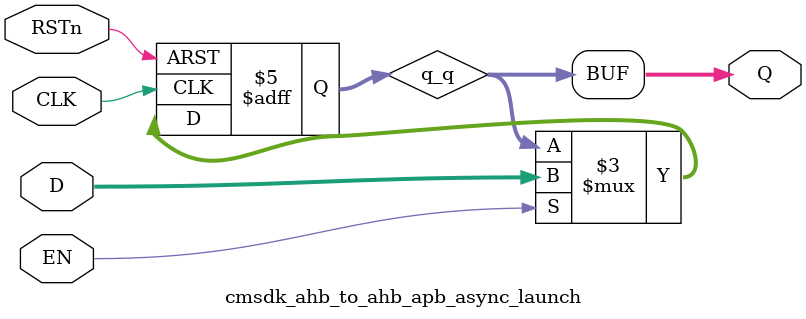
<source format=v>


//-----------------------------------------------------------------------------
// CDC launch flop
//-----------------------------------------------------------------------------

// Cell implementing a D-type enabled flop with guaranteed electrically stable
// output when clocked but not enabled (i.e. an actual implementation may want
// to use a clock gate feeding a D-type here) or clocked and enabled but not
// changing logic value.

module cmsdk_ahb_to_ahb_apb_async_launch #(
      parameter WIDTH = 32
   ) (
      input  wire             CLK,
      input  wire             RSTn,
      input  wire             EN,
      input  wire [WIDTH-1:0] D,
      output wire [WIDTH-1:0] Q
   );

   // --------
   // Clock enabled D-type register.

   reg [WIDTH-1:0] q_q;

   always @(posedge CLK or negedge RSTn)
      if(~RSTn)
         q_q <= 1'b0;
      else if(EN)
         q_q <= D;

   assign Q = q_q;

endmodule

// ----------------------------------------------------------------------------
// EOF
// ----------------------------------------------------------------------------

</source>
